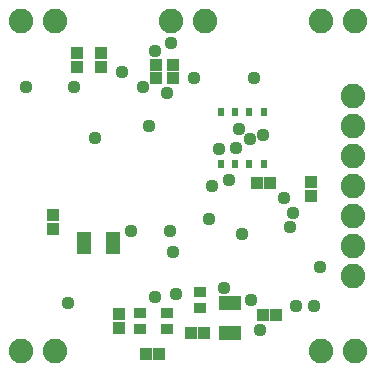
<source format=gbs>
G75*
%MOIN*%
%OFA0B0*%
%FSLAX25Y25*%
%IPPOS*%
%LPD*%
%AMOC8*
5,1,8,0,0,1.08239X$1,22.5*
%
%ADD10R,0.04343X0.04146*%
%ADD11R,0.04146X0.04343*%
%ADD12C,0.08200*%
%ADD13R,0.04343X0.03556*%
%ADD14R,0.07493X0.04737*%
%ADD15R,0.04737X0.07493*%
%ADD16R,0.02375X0.03162*%
%ADD17R,0.04343X0.03950*%
%ADD18C,0.04400*%
D10*
X0140800Y0096517D03*
X0140800Y0101083D03*
X0118800Y0129517D03*
X0118800Y0134083D03*
X0126800Y0183517D03*
X0126800Y0188083D03*
X0134800Y0188083D03*
X0134800Y0183517D03*
X0204800Y0145083D03*
X0204800Y0140517D03*
D11*
X0191083Y0144800D03*
X0186517Y0144800D03*
X0188517Y0100800D03*
X0193083Y0100800D03*
X0169083Y0094800D03*
X0164517Y0094800D03*
X0154083Y0087800D03*
X0149517Y0087800D03*
D12*
X0108100Y0088800D03*
X0119500Y0088800D03*
X0208100Y0088800D03*
X0219500Y0088800D03*
X0218800Y0113800D03*
X0218800Y0123800D03*
X0218800Y0133800D03*
X0218800Y0143800D03*
X0218800Y0153800D03*
X0218800Y0163800D03*
X0218800Y0173800D03*
X0219500Y0198800D03*
X0208100Y0198800D03*
X0169500Y0198800D03*
X0158100Y0198800D03*
X0119500Y0198800D03*
X0108100Y0198800D03*
D13*
X0167800Y0108359D03*
X0167800Y0103241D03*
X0156800Y0101359D03*
X0156800Y0096241D03*
X0147800Y0096241D03*
X0147800Y0101359D03*
D14*
X0177800Y0104721D03*
X0177800Y0094879D03*
D15*
X0138721Y0124800D03*
X0128879Y0124800D03*
D16*
X0174713Y0151139D03*
X0179438Y0151139D03*
X0184162Y0151139D03*
X0188887Y0151139D03*
X0188887Y0168461D03*
X0184162Y0168461D03*
X0179438Y0168461D03*
X0174713Y0168461D03*
D17*
X0158556Y0179635D03*
X0158556Y0183965D03*
X0153044Y0183965D03*
X0153044Y0179635D03*
D18*
X0148800Y0176800D03*
X0141800Y0181800D03*
X0152800Y0188800D03*
X0158050Y0191550D03*
X0165800Y0179800D03*
X0156800Y0174800D03*
X0150800Y0163800D03*
X0132800Y0159800D03*
X0125800Y0176800D03*
X0109800Y0176800D03*
X0174050Y0156050D03*
X0179800Y0156300D03*
X0184300Y0159300D03*
X0188800Y0160800D03*
X0180800Y0162800D03*
X0185800Y0179800D03*
X0177300Y0145800D03*
X0171800Y0143800D03*
X0170800Y0132800D03*
X0181800Y0127800D03*
X0197800Y0130050D03*
X0198800Y0134800D03*
X0195800Y0139800D03*
X0207800Y0116800D03*
X0205800Y0103800D03*
X0199800Y0103800D03*
X0187550Y0095800D03*
X0184800Y0105800D03*
X0175800Y0109800D03*
X0159800Y0107800D03*
X0152800Y0106800D03*
X0158800Y0121800D03*
X0157800Y0128800D03*
X0144800Y0128800D03*
X0123800Y0104800D03*
M02*

</source>
